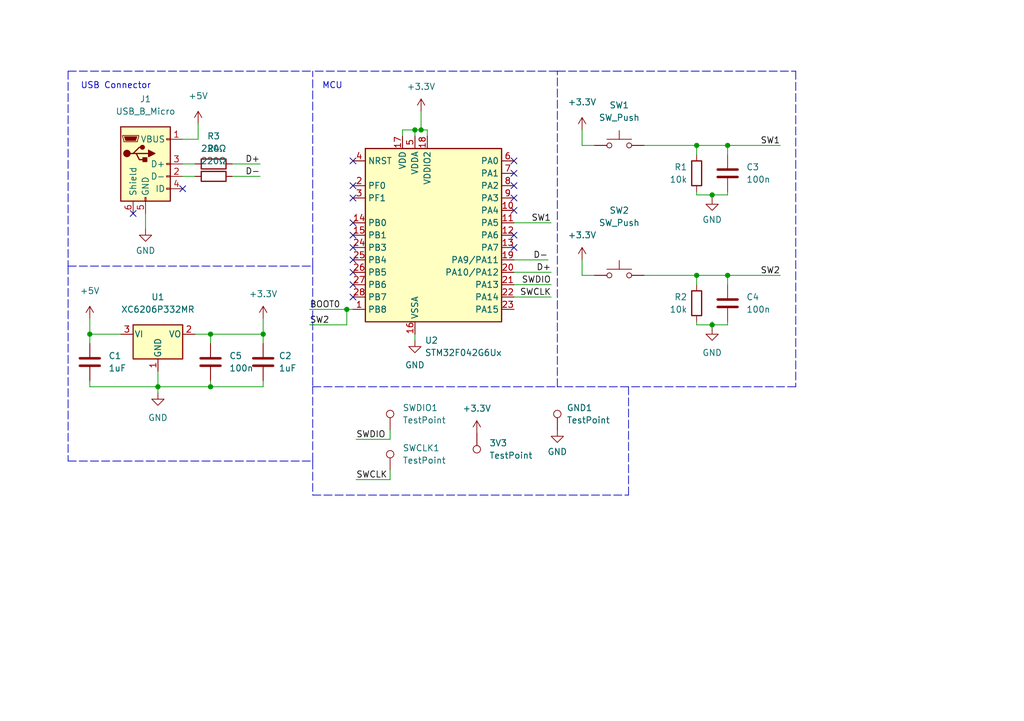
<source format=kicad_sch>
(kicad_sch (version 20211123) (generator eeschema)
  (paper "A5")
  (title_block (title "Actually working fidget toy") (date "2023-06-16") (rev "1.0") (company "rappet"))
  (lib_symbols
    (symbol "Connector:TestPoint" (pin_numbers hide) (pin_names (offset 0.762) hide)
      (property "Reference" "TP" (at 0 6.858 0))
      (property "Value" "TestPoint" (at 0 5.08 0))
      (symbol "TestPoint_0_1"
        (circle (center 0 3.302) (radius 0.762))
      )
      (symbol "TestPoint_1_1"
        (pin passive line (at 0 0 90) (length 2.54) (name "1") (number "1"))
      )
    )
    (symbol "Connector:USB_B_Micro" (pin_names (offset 1.016))
      (property "Reference" "J" (at -5.08 11.43 0))
      (property "Value" "USB_B_Micro" (at -5.08 8.89 0))
      (symbol "USB_B_Micro_0_1"
        (rectangle (start -5.08 -7.62) (end 5.08 7.62) (stroke (width 0.254)) (fill (type background)))
        (circle (center -3.81 2.159) (radius 0.635) (stroke (width 0.254)) (fill (type outline)))
        (circle (center -0.635 3.429) (radius 0.381) (stroke (width 0.254)) (fill (type outline)))
        (rectangle (start -0.127 -7.62) (end 0.127 -6.858))
        (polyline (pts (xy -1.905 2.159) (xy 0.635 2.159)) (stroke (width 0.254)))
        (polyline (pts (xy -3.175 2.159) (xy -2.54 2.159) (xy -1.27 3.429) (xy -0.635 3.429)) (stroke (width 0.254)))
        (polyline (pts (xy -2.54 2.159) (xy -1.905 2.159) (xy -1.27 0.889) (xy 0 0.889)) (stroke (width 0.254)))
        (polyline (pts (xy 0.635 2.794) (xy 0.635 1.524) (xy 1.905 2.159) (xy 0.635 2.794)) (stroke (width 0.254)) (fill (type outline)))
        (polyline (pts (xy -4.318 5.588) (xy -1.778 5.588) (xy -2.032 4.826) (xy -4.064 4.826) (xy -4.318 5.588)) (fill (type outline)))
        (polyline (pts (xy -4.699 5.842) (xy -4.699 5.588) (xy -4.445 4.826) (xy -4.445 4.572) (xy -1.651 4.572) (xy -1.651 4.826) (xy -1.397 5.588) (xy -1.397 5.842) (xy -4.699 5.842)))
        (rectangle (start 0.254 1.27) (end -0.508 0.508) (stroke (width 0.254)) (fill (type outline)))
        (rectangle (start 5.08 -5.207) (end 4.318 -4.953))
        (rectangle (start 5.08 -2.667) (end 4.318 -2.413))
        (rectangle (start 5.08 -0.127) (end 4.318 0.127))
        (rectangle (start 5.08 4.953) (end 4.318 5.207))
      )
      (symbol "USB_B_Micro_1_1"
        (pin power_out line (at 7.62 5.08 180) (length 2.54) (name "VBUS") (number "1"))
        (pin bidirectional line (at 7.62 -2.54 180) (length 2.54) (name "D-") (number "2"))
        (pin bidirectional line (at 7.62 0 180) (length 2.54) (name "D+") (number "3"))
        (pin passive line (at 7.62 -5.08 180) (length 2.54) (name "ID") (number "4"))
        (pin power_out line (at 0 -10.16 90) (length 2.54) (name "GND") (number "5"))
        (pin passive line (at -2.54 -10.16 90) (length 2.54) (name "Shield") (number "6"))
      )
    )
    (symbol "Device:C" (pin_numbers hide) (pin_names (offset 0.254))
      (property "Reference" "C" (at 0.635 2.54 0))
      (property "Value" "C" (at 0.635 -2.54 0))
      (symbol "C_0_1"
        (polyline (pts (xy -2.032 -0.762) (xy 2.032 -0.762)) (stroke (width 0.508)))
        (polyline (pts (xy -2.032 0.762) (xy 2.032 0.762)) (stroke (width 0.508)))
      )
      (symbol "C_1_1"
        (pin passive line (at 0 3.81 270) (length 2.794) (name "~") (number "1"))
        (pin passive line (at 0 -3.81 90) (length 2.794) (name "~") (number "2"))
      )
    )
    (symbol "Device:R" (pin_numbers hide) (pin_names (offset 0))
      (property "Reference" "R" (at 2.032 0 90))
      (property "Value" "R" (at 0 0 90))
      (symbol "R_0_1"
        (rectangle (start -1.016 -2.54) (end 1.016 2.54) (stroke (width 0.254)))
      )
      (symbol "R_1_1"
        (pin passive line (at 0 3.81 270) (length 1.27) (name "~") (number "1"))
        (pin passive line (at 0 -3.81 90) (length 1.27) (name "~") (number "2"))
      )
    )
    (symbol "MCU_ST_STM32F0:STM32F042G6Ux"
      (property "Reference" "U" (at -15.24 19.05 0))
      (property "Value" "STM32F042G6Ux" (at 0 19.05 0))
      (symbol "STM32F042G6Ux_0_1"
        (rectangle (start -15.24 -17.78) (end 12.7 17.78) (stroke (width 0.254)) (fill (type background)))
      )
      (symbol "STM32F042G6Ux_1_1"
        (pin bidirectional line (at -17.78 -15.24 0) (length 2.54) (name "PB8") (number "1"))
        (pin bidirectional line (at 15.24 5.08 180) (length 2.54) (name "PA4") (number "10"))
        (pin bidirectional line (at 15.24 2.54 180) (length 2.54) (name "PA5") (number "11"))
        (pin bidirectional line (at 15.24 0 180) (length 2.54) (name "PA6") (number "12"))
        (pin bidirectional line (at 15.24 -2.54 180) (length 2.54) (name "PA7") (number "13"))
        (pin bidirectional line (at -17.78 2.54 0) (length 2.54) (name "PB0") (number "14"))
        (pin bidirectional line (at -17.78 0 0) (length 2.54) (name "PB1") (number "15"))
        (pin power_in line (at -5.08 -20.32 90) (length 2.54) (name "VSSA") (number "16"))
        (pin power_in line (at -7.62 20.32 270) (length 2.54) (name "VDD") (number "17"))
        (pin power_in line (at -2.54 20.32 270) (length 2.54) (name "VDDIO2") (number "18"))
        (pin bidirectional line (at 15.24 -5.08 180) (length 2.54) (name "PA9/PA11") (number "19"))
        (pin input line (at -17.78 10.16 0) (length 2.54) (name "PF0") (number "2"))
        (pin bidirectional line (at 15.24 -7.62 180) (length 2.54) (name "PA10/PA12") (number "20"))
        (pin bidirectional line (at 15.24 -10.16 180) (length 2.54) (name "PA13") (number "21"))
        (pin bidirectional line (at 15.24 -12.7 180) (length 2.54) (name "PA14") (number "22"))
        (pin bidirectional line (at 15.24 -15.24 180) (length 2.54) (name "PA15") (number "23"))
        (pin bidirectional line (at -17.78 -2.54 0) (length 2.54) (name "PB3") (number "24"))
        (pin bidirectional line (at -17.78 -5.08 0) (length 2.54) (name "PB4") (number "25"))
        (pin bidirectional line (at -17.78 -7.62 0) (length 2.54) (name "PB5") (number "26"))
        (pin bidirectional line (at -17.78 -10.16 0) (length 2.54) (name "PB6") (number "27"))
        (pin bidirectional line (at -17.78 -12.7 0) (length 2.54) (name "PB7") (number "28"))
        (pin input line (at -17.78 7.62 0) (length 2.54) (name "PF1") (number "3"))
        (pin input line (at -17.78 15.24 0) (length 2.54) (name "NRST") (number "4"))
        (pin power_in line (at -5.08 20.32 270) (length 2.54) (name "VDDA") (number "5"))
        (pin bidirectional line (at 15.24 15.24 180) (length 2.54) (name "PA0") (number "6"))
        (pin bidirectional line (at 15.24 12.7 180) (length 2.54) (name "PA1") (number "7"))
        (pin bidirectional line (at 15.24 10.16 180) (length 2.54) (name "PA2") (number "8"))
        (pin bidirectional line (at 15.24 7.62 180) (length 2.54) (name "PA3") (number "9"))
      )
    )
    (symbol "Regulator_Linear:XC6206PxxxMR" (pin_names (offset 0.254))
      (property "Reference" "U" (at -3.81 3.175 0))
      (property "Value" "XC6206PxxxMR" (at 0 3.175 0))
      (symbol "XC6206PxxxMR_0_1"
        (rectangle (start -5.08 1.905) (end 5.08 -5.08) (stroke (width 0.254)) (fill (type background)))
      )
      (symbol "XC6206PxxxMR_1_1"
        (pin power_in line (at 0 -7.62 90) (length 2.54) (name "GND") (number "1"))
        (pin power_out line (at 7.62 0 180) (length 2.54) (name "VO") (number "2"))
        (pin power_in line (at -7.62 0 0) (length 2.54) (name "VI") (number "3"))
      )
    )
    (symbol "Switch:SW_Push" (pin_numbers hide) (pin_names (offset 1.016) hide)
      (property "Reference" "SW" (at 1.27 2.54 0))
      (property "Value" "SW_Push" (at 0 -1.524 0))
      (symbol "SW_Push_0_1"
        (circle (center -2.032 0) (radius 0.508))
        (polyline (pts (xy 0 1.27) (xy 0 3.048)))
        (polyline (pts (xy 2.54 1.27) (xy -2.54 1.27)))
        (circle (center 2.032 0) (radius 0.508))
        (pin passive line (at -5.08 0 0) (length 2.54) (name "1") (number "1"))
        (pin passive line (at 5.08 0 180) (length 2.54) (name "2") (number "2"))
      )
    )
    (symbol "power:+3.3V" (power) (pin_names (offset 0))
      (property "Value" "+3.3V" (at 0 3.556 0))
      (symbol "+3.3V_0_1"
        (polyline (pts (xy -0.762 1.27) (xy 0 2.54)))
        (polyline (pts (xy 0 0) (xy 0 2.54)))
        (polyline (pts (xy 0 2.54) (xy 0.762 1.27)))
      )
      (symbol "+3.3V_1_1"
        (pin power_in line (at 0 0 90) (length 0) hide (name "+3.3V") (number "1"))
      )
    )
    (symbol "power:+5V" (power) (pin_names (offset 0))
      (property "Value" "+5V" (at 0 3.556 0))
      (symbol "+5V_0_1"
        (polyline (pts (xy -0.762 1.27) (xy 0 2.54)))
        (polyline (pts (xy 0 0) (xy 0 2.54)))
        (polyline (pts (xy 0 2.54) (xy 0.762 1.27)))
      )
      (symbol "+5V_1_1"
        (pin power_in line (at 0 0 90) (length 0) hide (name "+5V") (number "1"))
      )
    )
    (symbol "power:GND" (power) (pin_names (offset 0))
      (property "Value" "GND" (at 0 -3.81 0))
      (symbol "GND_0_1"
        (polyline (pts (xy 0 0) (xy 0 -1.27) (xy 1.27 -1.27) (xy 0 -2.54) (xy -1.27 -1.27) (xy 0 -1.27)))
      )
      (symbol "GND_1_1"
        (pin power_in line (at 0 0 270) (length 0) hide (name "GND") (number "1"))
      )
    )
  )
  (junction (at 71.12 63.5))
  (junction (at 146.05 40.005))
  (junction (at 86.36 26.67))
  (junction (at 43.18 79.375))
  (junction (at 149.225 56.515))
  (junction (at 32.385 79.375))
  (junction (at 53.975 68.58))
  (junction (at 142.875 29.845))
  (junction (at 146.05 66.675))
  (junction (at 85.09 26.67))
  (junction (at 149.225 29.845))
  (junction (at 142.875 56.515))
  (junction (at 43.18 68.58))
  (junction (at 18.415 68.58))
  (no_connect (at 105.41 40.64))
  (no_connect (at 105.41 43.18))
  (no_connect (at 27.305 43.815))
  (no_connect (at 72.39 50.8))
  (no_connect (at 72.39 60.96))
  (no_connect (at 72.39 40.64))
  (no_connect (at 72.39 48.26))
  (no_connect (at 72.39 55.88))
  (no_connect (at 72.39 38.1))
  (no_connect (at 72.39 33.02))
  (no_connect (at 105.41 48.26))
  (no_connect (at 105.41 38.1))
  (no_connect (at 72.39 58.42))
  (no_connect (at 72.39 53.34))
  (no_connect (at 105.41 35.56))
  (no_connect (at 105.41 50.8))
  (no_connect (at 72.39 45.72))
  (no_connect (at 37.465 38.735))
  (no_connect (at 105.41 33.02))
  (wire (pts (xy 105.41 58.42) (xy 113.03 58.42)))
  (wire (pts (xy 142.875 66.675) (xy 142.875 66.04)))
  (wire (pts (xy 40.005 68.58) (xy 43.18 68.58)))
  (wire (pts (xy 80.01 98.425) (xy 80.01 96.52)))
  (wire (pts (xy 149.225 29.845) (xy 160.02 29.845)))
  (wire (pts (xy 105.41 60.96) (xy 113.03 60.96)))
  (wire (pts (xy 85.09 68.58) (xy 85.09 69.85)))
  (wire (pts (xy 53.975 79.375) (xy 53.975 78.105)))
  (polyline (pts (xy 64.135 101.6) (xy 128.905 101.6)))
  (wire (pts (xy 119.38 53.34) (xy 119.38 56.515)))
  (wire (pts (xy 105.41 45.72) (xy 113.03 45.72)))
  (wire (pts (xy 119.38 29.845) (xy 121.92 29.845)))
  (polyline (pts (xy 128.905 101.6) (xy 128.905 79.375)))
  (wire (pts (xy 142.875 56.515) (xy 142.875 58.42)))
  (wire (pts (xy 37.465 33.655) (xy 40.005 33.655)))
  (wire (pts (xy 142.875 56.515) (xy 149.225 56.515)))
  (wire (pts (xy 86.36 26.67) (xy 85.09 26.67)))
  (wire (pts (xy 142.875 66.675) (xy 146.05 66.675)))
  (wire (pts (xy 105.41 55.88) (xy 113.03 55.88)))
  (wire (pts (xy 32.385 79.375) (xy 43.18 79.375)))
  (wire (pts (xy 73.025 98.425) (xy 80.01 98.425)))
  (wire (pts (xy 71.12 66.675) (xy 71.12 63.5)))
  (wire (pts (xy 142.875 29.845) (xy 149.225 29.845)))
  (wire (pts (xy 146.05 40.005) (xy 149.225 40.005)))
  (wire (pts (xy 47.625 36.195) (xy 53.34 36.195)))
  (polyline (pts (xy 13.97 54.61) (xy 64.135 54.61)))
  (wire (pts (xy 18.415 65.405) (xy 18.415 68.58)))
  (polyline (pts (xy 163.195 79.375) (xy 114.3 79.375)))
  (polyline (pts (xy 13.97 14.605) (xy 13.97 54.61)))
  (polyline (pts (xy 64.135 54.61) (xy 64.135 14.605)))
  (polyline (pts (xy 64.135 79.375) (xy 114.3 79.375)))
  (wire (pts (xy 73.025 90.17) (xy 80.01 90.17)))
  (wire (pts (xy 63.5 63.5) (xy 71.12 63.5)))
  (wire (pts (xy 43.18 68.58) (xy 43.18 70.485)))
  (polyline (pts (xy 114.3 14.605) (xy 163.195 14.605)))
  (wire (pts (xy 87.63 26.67) (xy 86.36 26.67)))
  (polyline (pts (xy 114.3 79.375) (xy 114.3 14.605)))
  (wire (pts (xy 87.63 27.94) (xy 87.63 26.67)))
  (wire (pts (xy 29.845 43.815) (xy 29.845 46.99)))
  (wire (pts (xy 32.385 76.2) (xy 32.385 79.375)))
  (wire (pts (xy 146.05 40.64) (xy 146.05 40.005)))
  (polyline (pts (xy 163.195 14.605) (xy 163.195 79.375)))
  (wire (pts (xy 149.225 56.515) (xy 149.225 58.42)))
  (polyline (pts (xy 64.135 54.61) (xy 64.135 79.375)))
  (wire (pts (xy 85.09 26.67) (xy 82.55 26.67)))
  (wire (pts (xy 80.01 90.17) (xy 80.01 88.265)))
  (wire (pts (xy 142.875 40.005) (xy 142.875 39.37)))
  (wire (pts (xy 32.385 79.375) (xy 32.385 80.645)))
  (wire (pts (xy 18.415 79.375) (xy 32.385 79.375)))
  (wire (pts (xy 18.415 68.58) (xy 24.765 68.58)))
  (wire (pts (xy 149.225 66.675) (xy 149.225 66.04)))
  (wire (pts (xy 43.18 78.105) (xy 43.18 79.375)))
  (wire (pts (xy 53.975 68.58) (xy 53.975 70.485)))
  (wire (pts (xy 149.225 40.005) (xy 149.225 39.37)))
  (wire (pts (xy 53.975 65.405) (xy 53.975 68.58)))
  (wire (pts (xy 142.875 40.005) (xy 146.05 40.005)))
  (wire (pts (xy 142.875 29.845) (xy 142.875 31.75)))
  (polyline (pts (xy 64.135 94.615) (xy 64.135 79.375)))
  (wire (pts (xy 85.09 26.67) (xy 85.09 27.94)))
  (wire (pts (xy 18.415 70.485) (xy 18.415 68.58)))
  (wire (pts (xy 119.38 26.67) (xy 119.38 29.845)))
  (wire (pts (xy 63.5 66.675) (xy 71.12 66.675)))
  (wire (pts (xy 146.05 67.31) (xy 146.05 66.675)))
  (wire (pts (xy 86.36 22.86) (xy 86.36 26.67)))
  (wire (pts (xy 149.225 56.515) (xy 160.02 56.515)))
  (wire (pts (xy 43.18 68.58) (xy 53.975 68.58)))
  (wire (pts (xy 149.225 29.845) (xy 149.225 31.75)))
  (wire (pts (xy 37.465 36.195) (xy 40.005 36.195)))
  (wire (pts (xy 146.05 66.675) (xy 146.05 66.04)))
  (wire (pts (xy 71.12 63.5) (xy 72.39 63.5)))
  (polyline (pts (xy 64.135 94.615) (xy 64.135 101.6)))
  (polyline (pts (xy 13.97 94.615) (xy 64.135 94.615)))
  (polyline (pts (xy 13.97 14.605) (xy 64.135 14.605)))
  (wire (pts (xy 43.18 79.375) (xy 53.975 79.375)))
  (wire (pts (xy 18.415 78.105) (xy 18.415 79.375)))
  (wire (pts (xy 132.08 29.845) (xy 142.875 29.845)))
  (wire (pts (xy 132.08 56.515) (xy 142.875 56.515)))
  (wire (pts (xy 40.64 25.4) (xy 40.64 28.575)))
  (wire (pts (xy 105.41 53.34) (xy 112.395 53.34)))
  (wire (pts (xy 82.55 26.67) (xy 82.55 27.94)))
  (wire (pts (xy 40.64 28.575) (xy 37.465 28.575)))
  (wire (pts (xy 47.625 33.655) (xy 53.34 33.655)))
  (polyline (pts (xy 13.97 54.61) (xy 13.97 94.615)))
  (wire (pts (xy 146.05 66.675) (xy 149.225 66.675)))
  (polyline (pts (xy 114.3 14.605) (xy 64.135 14.605)))
  (wire (pts (xy 121.92 56.515) (xy 119.38 56.515)))
  (text "USB Connector" (at 16.51 18.415 0) (effects (font (size 1.27 1.27)) (justify left bottom)))
  (text "MCU" (at 66.04 18.415 0) (effects (font (size 1.27 1.27)) (justify left bottom)))
  (label "SW2" (at 63.5 66.675 0))
  (label "SW1" (at 160.02 29.845 180))
  (label "SWDIO" (at 73.025 90.17 0))
  (label "SWCLK" (at 113.03 60.96 180))
  (label "SWCLK" (at 73.025 98.425 0))
  (label "SWDIO" (at 113.03 58.42 180))
  (label "D-" (at 53.34 36.195 180))
  (label "SW1" (at 113.03 45.72 180))
  (label "D+" (at 113.03 55.88 180))
  (label "BOOT0" (at 63.5 63.5 0))
  (label "SW2" (at 160.02 56.515 180))
  (label "D-" (at 112.395 53.34 180))
  (label "D+" (at 53.34 33.655 180))
  (symbol (lib_id "power:GND") (at 29.845 46.99 0) (unit 1)
    (property "Reference" "#PWR0107" (effects hide))
    (property "Value" "GND" (at 29.845 51.435 0))
  )
  (symbol (lib_id "Switch:SW_Push") (at 127 29.845 0) (mirror y) (unit 1)
    (property "Reference" "SW1" (at 127 21.59 0))
    (property "Value" "SW_Push" (at 127 24.13 0))
    (property "Footprint" "Button_Switch_Keyboard:SW_Cherry_MX_1.00u_PCB" (effects hide))
  )
  (symbol (lib_id "power:GND") (at 146.05 40.64 0) (unit 1)
    (property "Reference" "#PWR0112" (effects hide))
    (property "Value" "GND" (at 146.05 45.085 0))
  )
  (symbol (lib_id "Connector:TestPoint") (at 97.79 88.9 180) (unit 1)
    (property "Reference" "3V3" (at 100.33 90.9319 0) (effects (justify right)))
    (property "Value" "TestPoint" (at 100.33 93.4719 0) (effects (justify right)))
    (property "Footprint" "TestPoint:TestPoint_Pad_1.0x1.0mm" (effects hide))
  )
  (symbol (lib_id "power:+3.3V") (at 53.975 65.405 0) (unit 1)
    (property "Reference" "#PWR0102" (effects hide))
    (property "Value" "+3.3V" (at 53.975 60.325 0))
  )
  (symbol (lib_id "power:+3.3V") (at 119.38 26.67 0) (unit 1)
    (property "Reference" "#PWR0108" (effects hide))
    (property "Value" "+3.3V" (at 119.38 20.955 0))
  )
  (symbol (lib_id "Device:C") (at 18.415 74.295 0) (unit 1)
    (property "Reference" "C1" (at 22.225 73.0249 0) (effects (justify left)))
    (property "Value" "1uF" (at 22.225 75.5649 0) (effects (justify left)))
    (property "Footprint" "Capacitor_SMD:C_0402_1005Metric" (effects hide))
    (property "LCSC" "C15849" (effects hide))
  )
  (symbol (lib_id "Device:R") (at 142.875 62.23 0) (mirror x) (unit 1)
    (property "Reference" "R2" (at 140.97 60.9599 0) (effects (justify right)))
    (property "Value" "10k" (at 140.97 63.4999 0) (effects (justify right)))
    (property "Footprint" "Resistor_SMD:R_0603_1608Metric_Pad0.98x0.95mm_HandSolder" (effects hide))
    (property "LCSC" "C25804" (effects hide))
  )
  (symbol (lib_id "MCU_ST_STM32F0:STM32F042G6Ux") (at 90.17 48.26 0) (unit 1)
    (property "Reference" "U2" (at 87.1094 69.85 0) (effects (justify left)))
    (property "Value" "STM32F042G6Ux" (at 87.1094 72.39 0) (effects (justify left)))
    (property "Footprint" "Package_DFN_QFN:QFN-28_4x4mm_P0.5mm" (effects hide))
    (property "Datasheet" "http://www.st.com/st-web-ui/static/active/en/resource/technical/document/datasheet/DM00105814.pdf" (effects hide))
  )
  (symbol (lib_id "power:+3.3V") (at 97.79 88.9 0) (unit 1)
    (property "Reference" "#PWR0113" (effects hide))
    (property "Value" "+3.3V" (at 97.79 83.82 0))
  )
  (symbol (lib_id "power:+3.3V") (at 119.38 53.34 0) (unit 1)
    (property "Reference" "#PWR0111" (effects hide))
    (property "Value" "+3.3V" (at 119.38 48.26 0))
  )
  (symbol (lib_id "Device:R") (at 142.875 35.56 0) (mirror x) (unit 1)
    (property "Reference" "R1" (at 140.97 34.2899 0) (effects (justify right)))
    (property "Value" "10k" (at 140.97 36.8299 0) (effects (justify right)))
    (property "Footprint" "Resistor_SMD:R_0603_1608Metric_Pad0.98x0.95mm_HandSolder" (effects hide))
    (property "LCSC" "C25804" (effects hide))
  )
  (symbol (lib_id "power:+5V") (at 18.415 65.405 0) (unit 1)
    (property "Reference" "#PWR0103" (effects hide))
    (property "Value" "+5V" (at 18.415 59.69 0))
  )
  (symbol (lib_id "power:GND") (at 32.385 80.645 0) (unit 1)
    (property "Reference" "#PWR0105" (effects hide))
    (property "Value" "GND" (at 32.385 85.725 0))
  )
  (symbol (lib_id "power:+3.3V") (at 86.36 22.86 0) (unit 1)
    (property "Reference" "#PWR0101" (effects hide))
    (property "Value" "+3.3V" (at 86.36 17.78 0))
  )
  (symbol (lib_id "Device:R") (at 43.815 33.655 90) (unit 1)
    (property "Reference" "R3" (at 43.815 27.94 90))
    (property "Value" "220Ω" (at 43.815 30.48 90))
    (property "Footprint" "Resistor_SMD:R_0402_1005Metric" (effects hide))
  )
  (symbol (lib_id "Switch:SW_Push") (at 127 56.515 0) (unit 1)
    (property "Reference" "SW2" (at 127 43.18 0))
    (property "Value" "SW_Push" (at 127 45.72 0))
    (property "Footprint" "Button_Switch_Keyboard:SW_Cherry_MX_1.00u_PCB" (effects hide))
  )
  (symbol (lib_id "Device:C") (at 43.18 74.295 0) (unit 1)
    (property "Reference" "C5" (at 46.99 73.0249 0) (effects (justify left)))
    (property "Value" "100n" (at 46.99 75.5649 0) (effects (justify left)))
    (property "Footprint" "Capacitor_SMD:C_0402_1005Metric" (effects hide))
  )
  (symbol (lib_id "Connector:TestPoint") (at 80.01 96.52 0) (unit 1)
    (property "Reference" "SWCLK1" (at 82.55 91.9479 0) (effects (justify left)))
    (property "Value" "TestPoint" (at 82.55 94.4879 0) (effects (justify left)))
    (property "Footprint" "TestPoint:TestPoint_Pad_1.0x1.0mm" (effects hide))
  )
  (symbol (lib_id "Device:C") (at 149.225 62.23 0) (unit 1)
    (property "Reference" "C4" (at 153.035 60.9599 0) (effects (justify left)))
    (property "Value" "100n" (at 153.035 63.4999 0) (effects (justify left)))
    (property "Footprint" "Capacitor_SMD:C_0402_1005Metric" (effects hide))
  )
  (symbol (lib_id "Device:C") (at 149.225 35.56 0) (unit 1)
    (property "Reference" "C3" (at 153.035 34.2899 0) (effects (justify left)))
    (property "Value" "100n" (at 153.035 36.8299 0) (effects (justify left)))
    (property "Footprint" "Capacitor_SMD:C_0402_1005Metric" (effects hide))
  )
  (symbol (lib_id "Connector:TestPoint") (at 80.01 88.265 0) (unit 1)
    (property "Reference" "SWDIO1" (at 82.55 83.6929 0) (effects (justify left)))
    (property "Value" "TestPoint" (at 82.55 86.2329 0) (effects (justify left)))
    (property "Footprint" "TestPoint:TestPoint_Pad_1.0x1.0mm" (effects hide))
  )
  (symbol (lib_id "Connector:USB_B_Micro") (at 29.845 33.655 0) (unit 1)
    (property "Reference" "J1" (at 29.845 20.32 0))
    (property "Value" "USB_B_Micro" (at 29.845 22.86 0))
    (property "Footprint" "Connector_USB:USB_Micro-B_Amphenol_10103594-0001LF_Horizontal" (effects hide))
    (property "LCSC" "C428495" (effects hide))
  )
  (symbol (lib_id "power:+5V") (at 40.64 25.4 0) (unit 1)
    (property "Reference" "#PWR0106" (effects hide))
    (property "Value" "+5V" (at 40.64 19.685 0))
  )
  (symbol (lib_id "Device:R") (at 43.815 36.195 270) (mirror x) (unit 1)
    (property "Reference" "R4" (at 43.815 30.48 90))
    (property "Value" "220Ω" (at 43.815 33.02 90))
    (property "Footprint" "Resistor_SMD:R_0402_1005Metric" (effects hide))
  )
  (symbol (lib_id "Regulator_Linear:XC6206PxxxMR") (at 32.385 68.58 0) (unit 1)
    (property "Reference" "U1" (at 32.385 60.96 0))
    (property "Value" "XC6206P332MR" (at 32.385 63.5 0))
    (property "Footprint" "Package_TO_SOT_SMD:SOT-23" (effects hide))
    (property "Datasheet" "https://www.torexsemi.com/file/xc6206/XC6206.pdf" (effects hide))
    (property "LCSC" "C5446" (effects hide))
  )
  (symbol (lib_id "power:GND") (at 114.3 88.265 0) (unit 1)
    (property "Reference" "#PWR0110" (effects hide))
    (property "Value" "GND" (at 114.3 92.71 0))
  )
  (symbol (lib_id "Connector:TestPoint") (at 114.3 88.265 0) (unit 1)
    (property "Reference" "GND1" (at 116.205 83.6929 0) (effects (justify left)))
    (property "Value" "TestPoint" (at 116.205 86.2329 0) (effects (justify left)))
    (property "Footprint" "TestPoint:TestPoint_Pad_1.0x1.0mm" (effects hide))
  )
  (symbol (lib_id "power:GND") (at 85.09 69.85 0) (unit 1)
    (property "Reference" "#PWR0104" (effects hide))
    (property "Value" "GND" (at 85.09 74.93 0))
  )
  (symbol (lib_id "power:GND") (at 146.05 67.31 0) (unit 1)
    (property "Reference" "#PWR0109" (effects hide))
    (property "Value" "GND" (at 146.05 72.39 0))
  )
  (symbol (lib_id "Device:C") (at 53.975 74.295 0) (unit 1)
    (property "Reference" "C2" (at 57.15 73.0249 0) (effects (justify left)))
    (property "Value" "1uF" (at 57.15 75.5649 0) (effects (justify left)))
    (property "Footprint" "Capacitor_SMD:C_0402_1005Metric" (effects hide))
    (property "LCSC" "C15849" (effects hide))
  )
)
</source>
